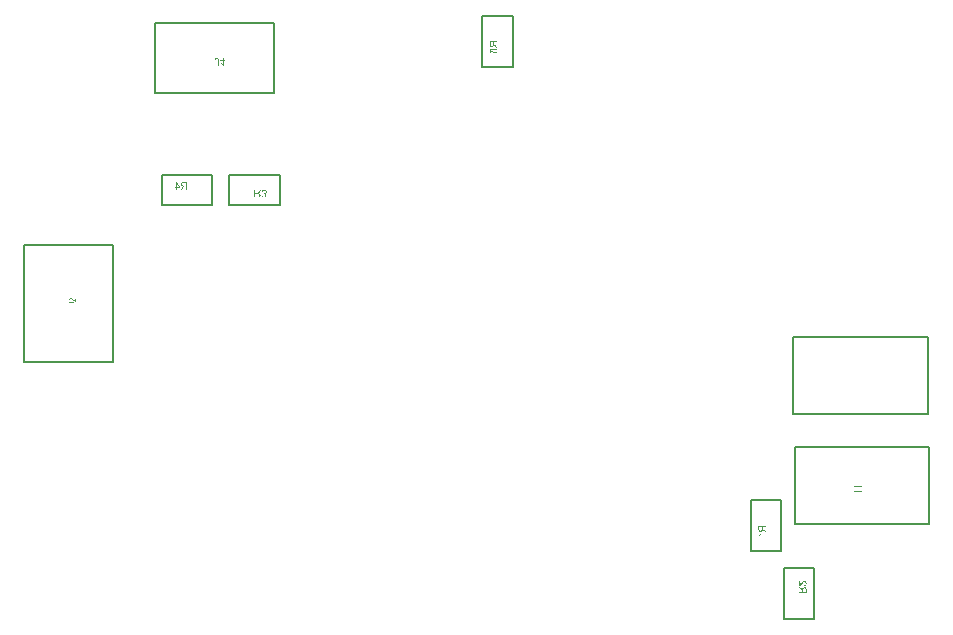
<source format=gbr>
G04*
G04 #@! TF.GenerationSoftware,Altium Limited,Altium Designer,24.1.2 (44)*
G04*
G04 Layer_Color=32896*
%FSLAX44Y44*%
%MOMM*%
G71*
G04*
G04 #@! TF.SameCoordinates,98FF00E1-DB16-4AB4-99D8-1D2B7C447DA4*
G04*
G04*
G04 #@! TF.FilePolarity,Positive*
G04*
G01*
G75*
%ADD10C,0.2000*%
G36*
X-97901Y309030D02*
X-100739D01*
Y307939D01*
X-100730Y307837D01*
Y307763D01*
X-100721Y307698D01*
X-100711Y307652D01*
Y307615D01*
X-100702Y307596D01*
Y307587D01*
X-100656Y307439D01*
X-100628Y307375D01*
X-100601Y307319D01*
X-100573Y307264D01*
X-100554Y307227D01*
X-100545Y307208D01*
X-100536Y307199D01*
X-100480Y307125D01*
X-100416Y307051D01*
X-100277Y306912D01*
X-100212Y306848D01*
X-100157Y306801D01*
X-100120Y306774D01*
X-100111Y306764D01*
X-99981Y306672D01*
X-99842Y306570D01*
X-99694Y306469D01*
X-99556Y306367D01*
X-99426Y306284D01*
X-99325Y306219D01*
X-99288Y306191D01*
X-99260Y306173D01*
X-99242Y306154D01*
X-99232D01*
X-97901Y305313D01*
Y304259D01*
X-99639Y305359D01*
X-99824Y305488D01*
X-99990Y305609D01*
X-100129Y305729D01*
X-100259Y305831D01*
X-100351Y305923D01*
X-100425Y305997D01*
X-100471Y306043D01*
X-100490Y306062D01*
X-100545Y306136D01*
X-100610Y306219D01*
X-100711Y306385D01*
X-100749Y306459D01*
X-100786Y306515D01*
X-100804Y306552D01*
X-100813Y306570D01*
X-100841Y306404D01*
X-100869Y306247D01*
X-100915Y306108D01*
X-100952Y305969D01*
X-100998Y305849D01*
X-101054Y305738D01*
X-101100Y305636D01*
X-101146Y305544D01*
X-101202Y305470D01*
X-101248Y305396D01*
X-101285Y305340D01*
X-101322Y305294D01*
X-101349Y305257D01*
X-101377Y305230D01*
X-101386Y305220D01*
X-101396Y305211D01*
X-101488Y305137D01*
X-101581Y305063D01*
X-101775Y304952D01*
X-101969Y304878D01*
X-102154Y304823D01*
X-102311Y304786D01*
X-102376Y304777D01*
X-102441D01*
X-102487Y304767D01*
X-102524D01*
X-102542D01*
X-102551D01*
X-102746Y304777D01*
X-102921Y304804D01*
X-103088Y304851D01*
X-103226Y304897D01*
X-103347Y304952D01*
X-103439Y304989D01*
X-103495Y305026D01*
X-103504Y305035D01*
X-103513D01*
X-103661Y305146D01*
X-103790Y305257D01*
X-103901Y305378D01*
X-103984Y305488D01*
X-104049Y305590D01*
X-104086Y305673D01*
X-104114Y305729D01*
X-104123Y305738D01*
Y305747D01*
X-104151Y305831D01*
X-104179Y305932D01*
X-104225Y306136D01*
X-104253Y306358D01*
X-104280Y306561D01*
X-104290Y306755D01*
Y306838D01*
X-104299Y306912D01*
Y309880D01*
X-97901D01*
Y309030D01*
D02*
G37*
G36*
X-99426Y303741D02*
X-99288Y303713D01*
X-99029Y303630D01*
X-98807Y303528D01*
X-98705Y303473D01*
X-98622Y303417D01*
X-98539Y303371D01*
X-98465Y303316D01*
X-98409Y303270D01*
X-98363Y303223D01*
X-98326Y303186D01*
X-98289Y303168D01*
X-98280Y303149D01*
X-98271Y303140D01*
X-98188Y303029D01*
X-98113Y302918D01*
X-98049Y302798D01*
X-97993Y302678D01*
X-97910Y302447D01*
X-97855Y302215D01*
X-97827Y302114D01*
X-97818Y302012D01*
X-97808Y301929D01*
X-97799Y301855D01*
X-97790Y301790D01*
Y301707D01*
X-97799Y301513D01*
X-97827Y301328D01*
X-97864Y301152D01*
X-97910Y300995D01*
X-97975Y300847D01*
X-98040Y300709D01*
X-98104Y300579D01*
X-98178Y300468D01*
X-98252Y300366D01*
X-98317Y300274D01*
X-98391Y300200D01*
X-98446Y300135D01*
X-98493Y300089D01*
X-98530Y300052D01*
X-98557Y300034D01*
X-98567Y300024D01*
X-98687Y299932D01*
X-98816Y299858D01*
X-98936Y299784D01*
X-99066Y299729D01*
X-99315Y299636D01*
X-99556Y299580D01*
X-99657Y299562D01*
X-99759Y299543D01*
X-99842Y299534D01*
X-99916Y299525D01*
X-99981Y299516D01*
X-100027D01*
X-100055D01*
X-100064D01*
X-100231Y299525D01*
X-100388Y299543D01*
X-100545Y299571D01*
X-100684Y299608D01*
X-100813Y299655D01*
X-100943Y299701D01*
X-101054Y299756D01*
X-101155Y299802D01*
X-101248Y299858D01*
X-101331Y299913D01*
X-101396Y299960D01*
X-101460Y300006D01*
X-101507Y300043D01*
X-101534Y300070D01*
X-101553Y300089D01*
X-101562Y300098D01*
X-101664Y300209D01*
X-101756Y300320D01*
X-101830Y300440D01*
X-101895Y300561D01*
X-101960Y300681D01*
X-102006Y300801D01*
X-102071Y301023D01*
X-102098Y301124D01*
X-102117Y301217D01*
X-102126Y301300D01*
X-102135Y301374D01*
X-102145Y301430D01*
Y301633D01*
X-102126Y301744D01*
X-102080Y301966D01*
X-102015Y302169D01*
X-101941Y302354D01*
X-101867Y302502D01*
X-101830Y302567D01*
X-101803Y302622D01*
X-101775Y302669D01*
X-101756Y302696D01*
X-101747Y302715D01*
X-101738Y302724D01*
X-103467Y302382D01*
Y299821D01*
X-104216D01*
Y303001D01*
X-100924Y303621D01*
X-100822Y302881D01*
X-100924Y302817D01*
X-101007Y302733D01*
X-101091Y302659D01*
X-101155Y302585D01*
X-101202Y302511D01*
X-101248Y302456D01*
X-101266Y302419D01*
X-101276Y302410D01*
X-101331Y302290D01*
X-101377Y302169D01*
X-101405Y302058D01*
X-101433Y301947D01*
X-101442Y301855D01*
X-101451Y301781D01*
Y301605D01*
X-101433Y301494D01*
X-101386Y301300D01*
X-101322Y301134D01*
X-101257Y300986D01*
X-101183Y300875D01*
X-101118Y300792D01*
X-101072Y300746D01*
X-101063Y300727D01*
X-101054D01*
X-100896Y300597D01*
X-100730Y300505D01*
X-100554Y300440D01*
X-100379Y300394D01*
X-100231Y300366D01*
X-100166Y300357D01*
X-100111D01*
X-100064Y300348D01*
X-100027D01*
X-100009D01*
X-100000D01*
X-99870D01*
X-99750Y300366D01*
X-99519Y300413D01*
X-99325Y300477D01*
X-99167Y300542D01*
X-99038Y300616D01*
X-98936Y300681D01*
X-98909Y300709D01*
X-98881Y300727D01*
X-98872Y300736D01*
X-98862Y300746D01*
X-98788Y300819D01*
X-98724Y300893D01*
X-98613Y301060D01*
X-98539Y301217D01*
X-98493Y301374D01*
X-98456Y301504D01*
X-98446Y301615D01*
X-98437Y301651D01*
Y301707D01*
X-98446Y301883D01*
X-98483Y302040D01*
X-98530Y302178D01*
X-98585Y302290D01*
X-98640Y302391D01*
X-98687Y302465D01*
X-98724Y302502D01*
X-98733Y302521D01*
X-98862Y302632D01*
X-99001Y302724D01*
X-99158Y302798D01*
X-99297Y302854D01*
X-99436Y302890D01*
X-99537Y302918D01*
X-99584Y302927D01*
X-99611Y302937D01*
X-99630D01*
X-99639D01*
X-99574Y303759D01*
X-99426Y303741D01*
D02*
G37*
G36*
X-329534Y294094D02*
X-328665D01*
Y293373D01*
X-329534D01*
Y289231D01*
X-330172D01*
X-333102Y293373D01*
Y294094D01*
X-330320D01*
Y295629D01*
X-329534D01*
Y294094D01*
D02*
G37*
G36*
X-335497Y295731D02*
X-335312Y295703D01*
X-335146Y295666D01*
X-334998Y295620D01*
X-334878Y295583D01*
X-334794Y295546D01*
X-334739Y295518D01*
X-334720Y295509D01*
X-334572Y295417D01*
X-334443Y295306D01*
X-334341Y295195D01*
X-334249Y295093D01*
X-334184Y294991D01*
X-334138Y294917D01*
X-334110Y294862D01*
X-334101Y294853D01*
Y294843D01*
X-334036Y294658D01*
X-333981Y294464D01*
X-333944Y294252D01*
X-333925Y294048D01*
X-333907Y293873D01*
Y293799D01*
X-333898Y293725D01*
Y293669D01*
Y293632D01*
Y293604D01*
Y293595D01*
Y289231D01*
X-334748D01*
Y293641D01*
Y293836D01*
X-334767Y294002D01*
X-334776Y294141D01*
X-334794Y294252D01*
X-334813Y294335D01*
X-334822Y294400D01*
X-334841Y294436D01*
Y294446D01*
X-334878Y294538D01*
X-334924Y294612D01*
X-334979Y294677D01*
X-335026Y294742D01*
X-335081Y294779D01*
X-335118Y294816D01*
X-335146Y294834D01*
X-335155Y294843D01*
X-335247Y294890D01*
X-335340Y294926D01*
X-335432Y294945D01*
X-335516Y294963D01*
X-335599Y294973D01*
X-335654Y294982D01*
X-335710D01*
X-335858Y294973D01*
X-335996Y294936D01*
X-336107Y294899D01*
X-336209Y294843D01*
X-336283Y294797D01*
X-336338Y294751D01*
X-336375Y294723D01*
X-336385Y294714D01*
X-336431Y294658D01*
X-336468Y294594D01*
X-336523Y294446D01*
X-336579Y294279D01*
X-336607Y294113D01*
X-336634Y293956D01*
Y293891D01*
X-336643Y293836D01*
X-336653Y293780D01*
Y293743D01*
Y293725D01*
Y293715D01*
X-337420Y293826D01*
Y294002D01*
X-337411Y294159D01*
X-337383Y294316D01*
X-337365Y294455D01*
X-337328Y294584D01*
X-337291Y294695D01*
X-337254Y294806D01*
X-337217Y294899D01*
X-337170Y294982D01*
X-337134Y295056D01*
X-337097Y295121D01*
X-337060Y295167D01*
X-337032Y295204D01*
X-337013Y295241D01*
X-337004Y295250D01*
X-336995Y295259D01*
X-336902Y295343D01*
X-336810Y295417D01*
X-336708Y295481D01*
X-336597Y295537D01*
X-336385Y295620D01*
X-336181Y295675D01*
X-335987Y295712D01*
X-335913Y295722D01*
X-335839Y295731D01*
X-335784Y295740D01*
X-335700D01*
X-335497Y295731D01*
D02*
G37*
G36*
X-458589Y92260D02*
X-458432Y92241D01*
X-458275Y92213D01*
X-458136Y92176D01*
X-458007Y92130D01*
X-457877Y92084D01*
X-457766Y92028D01*
X-457665Y91982D01*
X-457572Y91927D01*
X-457489Y91871D01*
X-457424Y91825D01*
X-457360Y91779D01*
X-457313Y91742D01*
X-457286Y91714D01*
X-457267Y91696D01*
X-457258Y91686D01*
X-457156Y91575D01*
X-457064Y91464D01*
X-456990Y91344D01*
X-456925Y91224D01*
X-456860Y91104D01*
X-456814Y90984D01*
X-456749Y90762D01*
X-456722Y90660D01*
X-456703Y90568D01*
X-456694Y90484D01*
X-456685Y90410D01*
X-456675Y90355D01*
Y90152D01*
X-456694Y90041D01*
X-456740Y89819D01*
X-456805Y89615D01*
X-456879Y89430D01*
X-456953Y89283D01*
X-456990Y89218D01*
X-457018Y89162D01*
X-457045Y89116D01*
X-457064Y89088D01*
X-457073Y89070D01*
X-457082Y89061D01*
X-455353Y89403D01*
Y91964D01*
X-454604D01*
Y88783D01*
X-457896Y88164D01*
X-457998Y88903D01*
X-457896Y88968D01*
X-457813Y89051D01*
X-457729Y89125D01*
X-457665Y89199D01*
X-457618Y89273D01*
X-457572Y89329D01*
X-457554Y89366D01*
X-457545Y89375D01*
X-457489Y89495D01*
X-457443Y89615D01*
X-457415Y89726D01*
X-457387Y89837D01*
X-457378Y89930D01*
X-457369Y90004D01*
Y90179D01*
X-457387Y90290D01*
X-457434Y90484D01*
X-457498Y90651D01*
X-457563Y90799D01*
X-457637Y90910D01*
X-457702Y90993D01*
X-457748Y91039D01*
X-457757Y91058D01*
X-457766D01*
X-457924Y91187D01*
X-458090Y91279D01*
X-458266Y91344D01*
X-458441Y91390D01*
X-458589Y91418D01*
X-458654Y91427D01*
X-458709D01*
X-458756Y91437D01*
X-458793D01*
X-458811D01*
X-458820D01*
X-458950D01*
X-459070Y91418D01*
X-459301Y91372D01*
X-459495Y91307D01*
X-459652Y91243D01*
X-459782Y91169D01*
X-459884Y91104D01*
X-459911Y91076D01*
X-459939Y91058D01*
X-459948Y91048D01*
X-459958Y91039D01*
X-460032Y90965D01*
X-460096Y90891D01*
X-460207Y90725D01*
X-460281Y90568D01*
X-460327Y90410D01*
X-460364Y90281D01*
X-460374Y90170D01*
X-460383Y90133D01*
Y90078D01*
X-460374Y89902D01*
X-460337Y89745D01*
X-460290Y89606D01*
X-460235Y89495D01*
X-460179Y89393D01*
X-460133Y89319D01*
X-460096Y89283D01*
X-460087Y89264D01*
X-459958Y89153D01*
X-459819Y89061D01*
X-459662Y88987D01*
X-459523Y88931D01*
X-459384Y88894D01*
X-459283Y88866D01*
X-459236Y88857D01*
X-459209Y88848D01*
X-459190D01*
X-459181D01*
X-459246Y88025D01*
X-459394Y88044D01*
X-459532Y88071D01*
X-459791Y88154D01*
X-460013Y88256D01*
X-460115Y88312D01*
X-460198Y88367D01*
X-460281Y88413D01*
X-460355Y88469D01*
X-460411Y88515D01*
X-460457Y88561D01*
X-460494Y88598D01*
X-460531Y88617D01*
X-460540Y88635D01*
X-460549Y88645D01*
X-460633Y88756D01*
X-460706Y88866D01*
X-460771Y88987D01*
X-460827Y89107D01*
X-460910Y89338D01*
X-460965Y89569D01*
X-460993Y89671D01*
X-461002Y89773D01*
X-461012Y89856D01*
X-461021Y89930D01*
X-461030Y89994D01*
Y90078D01*
X-461021Y90272D01*
X-460993Y90457D01*
X-460956Y90632D01*
X-460910Y90789D01*
X-460845Y90937D01*
X-460780Y91076D01*
X-460716Y91206D01*
X-460642Y91316D01*
X-460568Y91418D01*
X-460503Y91511D01*
X-460429Y91585D01*
X-460374Y91649D01*
X-460327Y91696D01*
X-460290Y91733D01*
X-460263Y91751D01*
X-460253Y91760D01*
X-460133Y91853D01*
X-460004Y91927D01*
X-459884Y92001D01*
X-459754Y92056D01*
X-459505Y92149D01*
X-459264Y92204D01*
X-459162Y92223D01*
X-459061Y92241D01*
X-458978Y92250D01*
X-458904Y92260D01*
X-458839Y92269D01*
X-458793D01*
X-458765D01*
X-458756D01*
X-458589Y92260D01*
D02*
G37*
G36*
X-460894Y87648D02*
X-460896D01*
Y87650D01*
X-460894D01*
Y87648D01*
D02*
G37*
G36*
X-460896Y87650D02*
X-460899D01*
X-460901D01*
X-460904Y87648D01*
X-460901Y87653D01*
X-460899D01*
X-460896D01*
Y87650D01*
D02*
G37*
G36*
X-460891Y87645D02*
X-460889Y87642D01*
Y87630D01*
X-460919D01*
Y87632D01*
X-460906D01*
Y87640D01*
X-460904Y87645D01*
Y87632D01*
X-460891D01*
Y87642D01*
X-460894Y87645D01*
Y87648D01*
X-460891D01*
Y87645D01*
D02*
G37*
G36*
X209550Y26662D02*
Y26655D01*
X209543Y26645D01*
X209535D01*
Y26657D01*
X209537D01*
Y26647D01*
X209543D01*
X209548Y26655D01*
Y26662D01*
X209543Y26668D01*
X209535D01*
X209530D01*
X209522Y26662D01*
Y26655D01*
X209530Y26650D01*
Y26647D01*
X209520Y26655D01*
Y26662D01*
X209530Y26670D01*
X209537D01*
X209543D01*
X209550Y26662D01*
D02*
G37*
G36*
Y26637D02*
X209537D01*
Y26630D01*
X209535Y26624D01*
Y26637D01*
X209522D01*
Y26627D01*
X209525Y26624D01*
Y26622D01*
X209522D01*
Y26624D01*
X209520Y26627D01*
Y26640D01*
X209550D01*
Y26637D01*
D02*
G37*
G36*
X209527Y26619D02*
X209525D01*
Y26622D01*
X209527D01*
Y26619D01*
D02*
G37*
G36*
X209532Y26617D02*
X209530D01*
X209527D01*
Y26619D01*
X209530D01*
X209532D01*
X209535Y26622D01*
X209532Y26617D01*
D02*
G37*
G36*
X209550Y26609D02*
X209520D01*
Y26612D01*
X209550D01*
Y26609D01*
D02*
G37*
G36*
X209548Y26602D02*
X209550Y26599D01*
Y26586D01*
X209548Y26584D01*
X209545Y26581D01*
X209540Y26579D01*
X209537D01*
X209532D01*
X209530Y26581D01*
X209525Y26584D01*
X209522Y26586D01*
X209520Y26589D01*
Y26591D01*
X209522Y26599D01*
X209525Y26602D01*
X209532Y26604D01*
X209535D01*
X209537D01*
X209543D01*
X209545D01*
X209548Y26602D01*
D02*
G37*
G36*
X209545Y26571D02*
X209540D01*
X209537D01*
X209535D01*
X209527D01*
X209525D01*
X209522Y26569D01*
Y26563D01*
X209525Y26561D01*
X209530Y26558D01*
X209532D01*
X209535D01*
X209540D01*
X209545D01*
X209548Y26561D01*
Y26571D01*
X209550D01*
Y26563D01*
X209548Y26561D01*
Y26558D01*
X209540Y26556D01*
X209535D01*
X209532D01*
X209530Y26558D01*
X209527D01*
X209525D01*
X209522D01*
Y26561D01*
X209520Y26563D01*
Y26569D01*
X209522Y26571D01*
X209525D01*
X209527Y26574D01*
X209532D01*
X209535D01*
X209545Y26571D01*
D02*
G37*
G36*
X129540Y-101180D02*
X126702D01*
Y-102271D01*
X126711Y-102373D01*
Y-102447D01*
X126720Y-102512D01*
X126729Y-102558D01*
Y-102595D01*
X126739Y-102613D01*
Y-102623D01*
X126785Y-102771D01*
X126813Y-102835D01*
X126840Y-102891D01*
X126868Y-102946D01*
X126887Y-102983D01*
X126896Y-103002D01*
X126905Y-103011D01*
X126961Y-103085D01*
X127025Y-103159D01*
X127164Y-103298D01*
X127229Y-103362D01*
X127284Y-103409D01*
X127321Y-103436D01*
X127330Y-103446D01*
X127460Y-103538D01*
X127598Y-103640D01*
X127746Y-103742D01*
X127885Y-103843D01*
X128015Y-103926D01*
X128116Y-103991D01*
X128153Y-104019D01*
X128181Y-104037D01*
X128200Y-104056D01*
X128209D01*
X129540Y-104897D01*
Y-105951D01*
X127802Y-104851D01*
X127617Y-104721D01*
X127451Y-104601D01*
X127312Y-104481D01*
X127182Y-104379D01*
X127090Y-104287D01*
X127016Y-104213D01*
X126970Y-104167D01*
X126951Y-104148D01*
X126896Y-104074D01*
X126831Y-103991D01*
X126729Y-103825D01*
X126692Y-103751D01*
X126655Y-103695D01*
X126637Y-103658D01*
X126628Y-103640D01*
X126600Y-103806D01*
X126572Y-103963D01*
X126526Y-104102D01*
X126489Y-104241D01*
X126443Y-104361D01*
X126387Y-104472D01*
X126341Y-104574D01*
X126295Y-104666D01*
X126239Y-104740D01*
X126193Y-104814D01*
X126156Y-104869D01*
X126119Y-104916D01*
X126091Y-104953D01*
X126064Y-104980D01*
X126054Y-104990D01*
X126045Y-104999D01*
X125953Y-105073D01*
X125860Y-105147D01*
X125666Y-105258D01*
X125472Y-105332D01*
X125287Y-105387D01*
X125130Y-105424D01*
X125065Y-105433D01*
X125000D01*
X124954Y-105443D01*
X124917D01*
X124899D01*
X124889D01*
X124695Y-105433D01*
X124520Y-105406D01*
X124353Y-105359D01*
X124215Y-105313D01*
X124094Y-105258D01*
X124002Y-105221D01*
X123947Y-105184D01*
X123937Y-105175D01*
X123928D01*
X123780Y-105064D01*
X123651Y-104953D01*
X123540Y-104832D01*
X123456Y-104721D01*
X123392Y-104620D01*
X123355Y-104537D01*
X123327Y-104481D01*
X123318Y-104472D01*
Y-104463D01*
X123290Y-104379D01*
X123262Y-104278D01*
X123216Y-104074D01*
X123188Y-103852D01*
X123161Y-103649D01*
X123151Y-103455D01*
Y-103372D01*
X123142Y-103298D01*
Y-100330D01*
X129540D01*
Y-101180D01*
D02*
G37*
G36*
X125426Y-107190D02*
X125361Y-107329D01*
X125296Y-107467D01*
X125232Y-107597D01*
X125176Y-107708D01*
X125130Y-107800D01*
X125093Y-107856D01*
X125084Y-107865D01*
Y-107874D01*
X124982Y-108041D01*
X124880Y-108189D01*
X124788Y-108318D01*
X124705Y-108420D01*
X124640Y-108512D01*
X124584Y-108568D01*
X124548Y-108614D01*
X124538Y-108623D01*
X129540D01*
Y-109409D01*
X123114D01*
Y-108900D01*
X123272Y-108808D01*
X123420Y-108706D01*
X123567Y-108586D01*
X123697Y-108475D01*
X123808Y-108364D01*
X123900Y-108281D01*
X123928Y-108244D01*
X123956Y-108216D01*
X123965Y-108207D01*
X123974Y-108198D01*
X124131Y-108004D01*
X124279Y-107810D01*
X124409Y-107625D01*
X124510Y-107440D01*
X124603Y-107283D01*
X124640Y-107218D01*
X124668Y-107162D01*
X124695Y-107116D01*
X124705Y-107079D01*
X124723Y-107061D01*
Y-107051D01*
X125481D01*
X125426Y-107190D01*
D02*
G37*
G36*
X158238Y-150380D02*
X158395Y-150269D01*
X158460Y-150213D01*
X158525Y-150167D01*
X158580Y-150121D01*
X158617Y-150084D01*
X158645Y-150056D01*
X158654Y-150047D01*
X158700Y-150000D01*
X158747Y-149945D01*
X158867Y-149816D01*
X159005Y-149668D01*
X159144Y-149510D01*
X159264Y-149362D01*
X159320Y-149298D01*
X159375Y-149242D01*
X159412Y-149196D01*
X159440Y-149159D01*
X159458Y-149141D01*
X159468Y-149131D01*
X159597Y-148983D01*
X159717Y-148835D01*
X159838Y-148706D01*
X159939Y-148586D01*
X160041Y-148475D01*
X160133Y-148383D01*
X160217Y-148290D01*
X160291Y-148216D01*
X160364Y-148142D01*
X160420Y-148087D01*
X160466Y-148040D01*
X160512Y-147994D01*
X160568Y-147948D01*
X160586Y-147929D01*
X160744Y-147800D01*
X160882Y-147689D01*
X161021Y-147597D01*
X161132Y-147523D01*
X161234Y-147467D01*
X161308Y-147430D01*
X161354Y-147412D01*
X161372Y-147402D01*
X161511Y-147347D01*
X161650Y-147310D01*
X161779Y-147273D01*
X161890Y-147254D01*
X161992Y-147245D01*
X162066Y-147236D01*
X162112D01*
X162130D01*
X162269Y-147245D01*
X162398Y-147264D01*
X162528Y-147282D01*
X162639Y-147319D01*
X162861Y-147412D01*
X163036Y-147504D01*
X163120Y-147560D01*
X163184Y-147606D01*
X163249Y-147652D01*
X163295Y-147698D01*
X163332Y-147735D01*
X163369Y-147754D01*
X163379Y-147772D01*
X163388Y-147781D01*
X163480Y-147883D01*
X163563Y-147994D01*
X163628Y-148114D01*
X163684Y-148235D01*
X163776Y-148475D01*
X163841Y-148715D01*
X163859Y-148817D01*
X163878Y-148919D01*
X163887Y-149011D01*
X163896Y-149085D01*
X163906Y-149150D01*
Y-149242D01*
X163896Y-149409D01*
X163887Y-149566D01*
X163859Y-149714D01*
X163832Y-149853D01*
X163795Y-149982D01*
X163758Y-150102D01*
X163711Y-150213D01*
X163665Y-150315D01*
X163619Y-150407D01*
X163573Y-150481D01*
X163536Y-150546D01*
X163499Y-150602D01*
X163471Y-150648D01*
X163443Y-150675D01*
X163434Y-150694D01*
X163425Y-150703D01*
X163332Y-150796D01*
X163231Y-150879D01*
X163120Y-150962D01*
X163009Y-151027D01*
X162787Y-151138D01*
X162565Y-151212D01*
X162463Y-151239D01*
X162362Y-151267D01*
X162278Y-151286D01*
X162204Y-151304D01*
X162140Y-151313D01*
X162093D01*
X162066Y-151323D01*
X162056D01*
X161973Y-150518D01*
X162186Y-150500D01*
X162371Y-150463D01*
X162537Y-150407D01*
X162667Y-150343D01*
X162778Y-150287D01*
X162852Y-150232D01*
X162898Y-150195D01*
X162916Y-150176D01*
X163027Y-150037D01*
X163110Y-149889D01*
X163175Y-149732D01*
X163212Y-149594D01*
X163240Y-149464D01*
X163249Y-149353D01*
X163258Y-149316D01*
Y-149261D01*
X163249Y-149067D01*
X163212Y-148891D01*
X163157Y-148743D01*
X163101Y-148614D01*
X163036Y-148512D01*
X162990Y-148447D01*
X162953Y-148401D01*
X162935Y-148383D01*
X162805Y-148272D01*
X162676Y-148188D01*
X162547Y-148124D01*
X162417Y-148087D01*
X162315Y-148059D01*
X162223Y-148050D01*
X162167Y-148040D01*
X162158D01*
X162149D01*
X161982Y-148059D01*
X161807Y-148096D01*
X161650Y-148161D01*
X161502Y-148225D01*
X161381Y-148299D01*
X161280Y-148364D01*
X161243Y-148383D01*
X161215Y-148401D01*
X161206Y-148420D01*
X161197D01*
X161095Y-148493D01*
X160993Y-148586D01*
X160882Y-148688D01*
X160771Y-148799D01*
X160549Y-149030D01*
X160327Y-149261D01*
X160226Y-149381D01*
X160133Y-149483D01*
X160050Y-149584D01*
X159976Y-149668D01*
X159921Y-149732D01*
X159874Y-149788D01*
X159847Y-149825D01*
X159838Y-149834D01*
X159643Y-150065D01*
X159458Y-150278D01*
X159292Y-150454D01*
X159153Y-150592D01*
X159033Y-150712D01*
X158950Y-150796D01*
X158894Y-150842D01*
X158885Y-150860D01*
X158876D01*
X158719Y-150990D01*
X158571Y-151091D01*
X158423Y-151184D01*
X158294Y-151258D01*
X158182Y-151313D01*
X158099Y-151350D01*
X158044Y-151369D01*
X158035Y-151378D01*
X158025D01*
X157924Y-151415D01*
X157831Y-151434D01*
X157739Y-151452D01*
X157655Y-151461D01*
X157582Y-151470D01*
X157526D01*
X157489D01*
X157480D01*
Y-147227D01*
X158238D01*
Y-150380D01*
D02*
G37*
G36*
X159218Y-152959D02*
X159403Y-153089D01*
X159569Y-153209D01*
X159708Y-153329D01*
X159838Y-153431D01*
X159930Y-153523D01*
X160004Y-153597D01*
X160050Y-153643D01*
X160069Y-153662D01*
X160124Y-153736D01*
X160189Y-153819D01*
X160291Y-153985D01*
X160327Y-154059D01*
X160364Y-154115D01*
X160383Y-154152D01*
X160392Y-154170D01*
X160420Y-154004D01*
X160448Y-153847D01*
X160494Y-153708D01*
X160531Y-153569D01*
X160577Y-153449D01*
X160633Y-153338D01*
X160679Y-153236D01*
X160725Y-153144D01*
X160781Y-153070D01*
X160827Y-152996D01*
X160864Y-152941D01*
X160901Y-152894D01*
X160928Y-152857D01*
X160956Y-152830D01*
X160965Y-152820D01*
X160975Y-152811D01*
X161067Y-152737D01*
X161160Y-152663D01*
X161354Y-152552D01*
X161548Y-152478D01*
X161733Y-152423D01*
X161890Y-152386D01*
X161955Y-152377D01*
X162020D01*
X162066Y-152367D01*
X162103D01*
X162121D01*
X162130D01*
X162325Y-152377D01*
X162500Y-152404D01*
X162667Y-152451D01*
X162805Y-152497D01*
X162925Y-152552D01*
X163018Y-152589D01*
X163074Y-152626D01*
X163083Y-152635D01*
X163092D01*
X163240Y-152746D01*
X163369Y-152857D01*
X163480Y-152978D01*
X163563Y-153089D01*
X163628Y-153190D01*
X163665Y-153273D01*
X163693Y-153329D01*
X163702Y-153338D01*
Y-153347D01*
X163730Y-153431D01*
X163758Y-153532D01*
X163804Y-153736D01*
X163832Y-153958D01*
X163859Y-154161D01*
X163869Y-154355D01*
Y-154438D01*
X163878Y-154512D01*
Y-157480D01*
X157480D01*
Y-156630D01*
X160318D01*
Y-155539D01*
X160309Y-155437D01*
Y-155363D01*
X160300Y-155298D01*
X160291Y-155252D01*
Y-155215D01*
X160281Y-155197D01*
Y-155187D01*
X160235Y-155039D01*
X160207Y-154975D01*
X160180Y-154919D01*
X160152Y-154864D01*
X160133Y-154827D01*
X160124Y-154808D01*
X160115Y-154799D01*
X160059Y-154725D01*
X159995Y-154651D01*
X159856Y-154512D01*
X159791Y-154448D01*
X159736Y-154401D01*
X159699Y-154374D01*
X159690Y-154364D01*
X159560Y-154272D01*
X159421Y-154170D01*
X159274Y-154069D01*
X159135Y-153967D01*
X159005Y-153884D01*
X158904Y-153819D01*
X158867Y-153791D01*
X158839Y-153773D01*
X158820Y-153754D01*
X158811D01*
X157480Y-152913D01*
Y-151859D01*
X159218Y-152959D01*
D02*
G37*
G36*
X-299009Y182301D02*
X-299139Y182116D01*
X-299259Y181950D01*
X-299379Y181811D01*
X-299481Y181681D01*
X-299573Y181589D01*
X-299647Y181515D01*
X-299693Y181469D01*
X-299712Y181450D01*
X-299786Y181395D01*
X-299869Y181330D01*
X-300035Y181229D01*
X-300109Y181192D01*
X-300165Y181154D01*
X-300202Y181136D01*
X-300220Y181127D01*
X-300054Y181099D01*
X-299897Y181071D01*
X-299758Y181025D01*
X-299619Y180988D01*
X-299499Y180942D01*
X-299388Y180886D01*
X-299286Y180840D01*
X-299194Y180794D01*
X-299120Y180738D01*
X-299046Y180692D01*
X-298991Y180655D01*
X-298944Y180618D01*
X-298907Y180590D01*
X-298880Y180563D01*
X-298870Y180553D01*
X-298861Y180544D01*
X-298787Y180452D01*
X-298713Y180359D01*
X-298602Y180165D01*
X-298528Y179971D01*
X-298473Y179786D01*
X-298436Y179629D01*
X-298427Y179564D01*
Y179499D01*
X-298417Y179453D01*
Y179416D01*
Y179398D01*
Y179389D01*
X-298427Y179194D01*
X-298454Y179019D01*
X-298501Y178852D01*
X-298547Y178714D01*
X-298602Y178594D01*
X-298639Y178501D01*
X-298676Y178445D01*
X-298685Y178436D01*
Y178427D01*
X-298796Y178279D01*
X-298907Y178150D01*
X-299028Y178039D01*
X-299139Y177955D01*
X-299240Y177891D01*
X-299323Y177854D01*
X-299379Y177826D01*
X-299388Y177817D01*
X-299397D01*
X-299481Y177789D01*
X-299582Y177761D01*
X-299786Y177715D01*
X-300008Y177687D01*
X-300211Y177660D01*
X-300405Y177650D01*
X-300488D01*
X-300562Y177641D01*
X-303530D01*
Y184039D01*
X-302680D01*
Y181201D01*
X-301589D01*
X-301487Y181210D01*
X-301413D01*
X-301348Y181219D01*
X-301302Y181229D01*
X-301265D01*
X-301246Y181238D01*
X-301237D01*
X-301089Y181284D01*
X-301025Y181312D01*
X-300969Y181339D01*
X-300914Y181367D01*
X-300877Y181386D01*
X-300858Y181395D01*
X-300849Y181404D01*
X-300775Y181460D01*
X-300701Y181524D01*
X-300562Y181663D01*
X-300498Y181728D01*
X-300451Y181783D01*
X-300424Y181820D01*
X-300414Y181829D01*
X-300322Y181959D01*
X-300220Y182098D01*
X-300119Y182246D01*
X-300017Y182384D01*
X-299934Y182514D01*
X-299869Y182615D01*
X-299841Y182652D01*
X-299823Y182680D01*
X-299804Y182698D01*
Y182708D01*
X-298963Y184039D01*
X-297909D01*
X-299009Y182301D01*
D02*
G37*
G36*
X-295200Y184141D02*
X-295043Y184122D01*
X-294886Y184095D01*
X-294738Y184058D01*
X-294599Y184011D01*
X-294479Y183965D01*
X-294359Y183910D01*
X-294257Y183854D01*
X-294155Y183808D01*
X-294072Y183752D01*
X-293998Y183706D01*
X-293943Y183660D01*
X-293896Y183623D01*
X-293859Y183595D01*
X-293841Y183577D01*
X-293832Y183568D01*
X-293721Y183457D01*
X-293628Y183337D01*
X-293545Y183216D01*
X-293471Y183096D01*
X-293416Y182985D01*
X-293360Y182865D01*
X-293286Y182643D01*
X-293268Y182541D01*
X-293249Y182449D01*
X-293231Y182366D01*
X-293221Y182292D01*
X-293212Y182236D01*
Y182190D01*
Y182162D01*
Y182153D01*
X-293221Y181931D01*
X-293258Y181728D01*
X-293314Y181552D01*
X-293369Y181404D01*
X-293425Y181284D01*
X-293480Y181192D01*
X-293517Y181136D01*
X-293526Y181117D01*
X-293656Y180979D01*
X-293795Y180859D01*
X-293943Y180766D01*
X-294090Y180692D01*
X-294220Y180637D01*
X-294322Y180600D01*
X-294359Y180590D01*
X-294386Y180581D01*
X-294405Y180572D01*
X-294414D01*
X-294257Y180489D01*
X-294127Y180406D01*
X-294016Y180313D01*
X-293924Y180230D01*
X-293850Y180156D01*
X-293795Y180091D01*
X-293767Y180054D01*
X-293758Y180036D01*
X-293684Y179906D01*
X-293628Y179777D01*
X-293582Y179648D01*
X-293554Y179527D01*
X-293536Y179426D01*
X-293526Y179352D01*
Y179296D01*
Y179278D01*
X-293536Y179121D01*
X-293563Y178963D01*
X-293600Y178825D01*
X-293647Y178704D01*
X-293693Y178603D01*
X-293730Y178519D01*
X-293758Y178473D01*
X-293767Y178455D01*
X-293859Y178316D01*
X-293970Y178196D01*
X-294081Y178094D01*
X-294192Y178002D01*
X-294285Y177937D01*
X-294368Y177882D01*
X-294423Y177854D01*
X-294433Y177845D01*
X-294442D01*
X-294608Y177771D01*
X-294775Y177715D01*
X-294941Y177669D01*
X-295089Y177641D01*
X-295209Y177623D01*
X-295311Y177613D01*
X-295542D01*
X-295671Y177632D01*
X-295921Y177678D01*
X-296134Y177752D01*
X-296319Y177826D01*
X-296402Y177872D01*
X-296467Y177909D01*
X-296531Y177946D01*
X-296577Y177983D01*
X-296614Y178011D01*
X-296642Y178029D01*
X-296661Y178039D01*
X-296670Y178048D01*
X-296846Y178224D01*
X-296984Y178418D01*
X-297095Y178621D01*
X-297188Y178825D01*
X-297243Y179000D01*
X-297271Y179074D01*
X-297289Y179139D01*
X-297299Y179194D01*
X-297308Y179231D01*
X-297317Y179259D01*
Y179268D01*
X-296531Y179407D01*
X-296494Y179204D01*
X-296439Y179028D01*
X-296374Y178880D01*
X-296309Y178760D01*
X-296245Y178667D01*
X-296189Y178603D01*
X-296152Y178556D01*
X-296143Y178547D01*
X-296023Y178455D01*
X-295893Y178381D01*
X-295773Y178335D01*
X-295653Y178298D01*
X-295542Y178279D01*
X-295459Y178261D01*
X-295385D01*
X-295218Y178270D01*
X-295070Y178307D01*
X-294941Y178353D01*
X-294830Y178399D01*
X-294747Y178455D01*
X-294682Y178501D01*
X-294636Y178538D01*
X-294627Y178547D01*
X-294525Y178658D01*
X-294451Y178778D01*
X-294405Y178899D01*
X-294368Y179009D01*
X-294349Y179111D01*
X-294331Y179185D01*
Y179241D01*
Y179250D01*
Y179259D01*
Y179361D01*
X-294349Y179453D01*
X-294396Y179611D01*
X-294460Y179749D01*
X-294534Y179869D01*
X-294608Y179953D01*
X-294673Y180017D01*
X-294719Y180054D01*
X-294728Y180063D01*
X-294738D01*
X-294895Y180147D01*
X-295043Y180212D01*
X-295200Y180258D01*
X-295339Y180285D01*
X-295459Y180304D01*
X-295560Y180322D01*
X-295681D01*
X-295718Y180313D01*
X-295764D01*
X-295856Y181007D01*
X-295736Y180979D01*
X-295625Y180960D01*
X-295533Y180942D01*
X-295450Y180933D01*
X-295385Y180923D01*
X-295302D01*
X-295107Y180942D01*
X-294932Y180979D01*
X-294775Y181034D01*
X-294645Y181099D01*
X-294543Y181164D01*
X-294470Y181219D01*
X-294423Y181256D01*
X-294405Y181275D01*
X-294285Y181413D01*
X-294192Y181561D01*
X-294127Y181709D01*
X-294090Y181857D01*
X-294063Y181977D01*
X-294053Y182079D01*
X-294044Y182116D01*
Y182144D01*
Y182162D01*
Y182171D01*
X-294063Y182375D01*
X-294109Y182560D01*
X-294164Y182717D01*
X-294238Y182856D01*
X-294312Y182967D01*
X-294368Y183050D01*
X-294414Y183105D01*
X-294433Y183124D01*
X-294580Y183253D01*
X-294738Y183346D01*
X-294895Y183410D01*
X-295043Y183457D01*
X-295172Y183484D01*
X-295274Y183494D01*
X-295311Y183503D01*
X-295366D01*
X-295533Y183494D01*
X-295690Y183457D01*
X-295829Y183410D01*
X-295940Y183355D01*
X-296032Y183309D01*
X-296106Y183263D01*
X-296143Y183225D01*
X-296161Y183216D01*
X-296272Y183087D01*
X-296365Y182939D01*
X-296448Y182782D01*
X-296513Y182615D01*
X-296559Y182477D01*
X-296577Y182412D01*
X-296587Y182356D01*
X-296596Y182310D01*
X-296605Y182273D01*
X-296614Y182255D01*
Y182246D01*
X-297400Y182347D01*
X-297382Y182495D01*
X-297354Y182634D01*
X-297271Y182893D01*
X-297169Y183115D01*
X-297114Y183207D01*
X-297058Y183300D01*
X-297003Y183383D01*
X-296947Y183447D01*
X-296901Y183512D01*
X-296855Y183558D01*
X-296827Y183595D01*
X-296799Y183623D01*
X-296781Y183642D01*
X-296772Y183651D01*
X-296661Y183734D01*
X-296550Y183817D01*
X-296439Y183882D01*
X-296319Y183937D01*
X-296087Y184030D01*
X-295866Y184085D01*
X-295764Y184104D01*
X-295671Y184122D01*
X-295588Y184132D01*
X-295514Y184141D01*
X-295459Y184150D01*
X-295376D01*
X-295200Y184141D01*
D02*
G37*
G36*
X-360680Y184150D02*
X-361530D01*
Y186988D01*
X-362621D01*
X-362723Y186979D01*
X-362797D01*
X-362862Y186970D01*
X-362908Y186961D01*
X-362945D01*
X-362963Y186951D01*
X-362973D01*
X-363121Y186905D01*
X-363185Y186877D01*
X-363241Y186850D01*
X-363296Y186822D01*
X-363333Y186803D01*
X-363352Y186794D01*
X-363361Y186785D01*
X-363435Y186729D01*
X-363509Y186665D01*
X-363648Y186526D01*
X-363712Y186461D01*
X-363759Y186406D01*
X-363786Y186369D01*
X-363796Y186360D01*
X-363888Y186230D01*
X-363990Y186091D01*
X-364091Y185944D01*
X-364193Y185805D01*
X-364276Y185675D01*
X-364341Y185574D01*
X-364369Y185537D01*
X-364387Y185509D01*
X-364406Y185490D01*
Y185481D01*
X-365247Y184150D01*
X-366301D01*
X-365201Y185888D01*
X-365071Y186073D01*
X-364951Y186239D01*
X-364831Y186378D01*
X-364729Y186507D01*
X-364637Y186600D01*
X-364563Y186674D01*
X-364517Y186720D01*
X-364498Y186739D01*
X-364424Y186794D01*
X-364341Y186859D01*
X-364175Y186961D01*
X-364101Y186998D01*
X-364045Y187034D01*
X-364008Y187053D01*
X-363990Y187062D01*
X-364156Y187090D01*
X-364313Y187118D01*
X-364452Y187164D01*
X-364591Y187201D01*
X-364711Y187247D01*
X-364822Y187303D01*
X-364924Y187349D01*
X-365016Y187395D01*
X-365090Y187451D01*
X-365164Y187497D01*
X-365219Y187534D01*
X-365266Y187571D01*
X-365303Y187598D01*
X-365330Y187626D01*
X-365340Y187635D01*
X-365349Y187645D01*
X-365423Y187737D01*
X-365497Y187830D01*
X-365608Y188024D01*
X-365682Y188218D01*
X-365737Y188403D01*
X-365774Y188560D01*
X-365783Y188625D01*
Y188689D01*
X-365793Y188736D01*
Y188773D01*
Y188791D01*
Y188800D01*
X-365783Y188995D01*
X-365756Y189170D01*
X-365709Y189337D01*
X-365663Y189475D01*
X-365608Y189596D01*
X-365571Y189688D01*
X-365534Y189743D01*
X-365525Y189753D01*
Y189762D01*
X-365414Y189910D01*
X-365303Y190039D01*
X-365182Y190150D01*
X-365071Y190233D01*
X-364970Y190298D01*
X-364887Y190335D01*
X-364831Y190363D01*
X-364822Y190372D01*
X-364813D01*
X-364729Y190400D01*
X-364628Y190428D01*
X-364424Y190474D01*
X-364202Y190502D01*
X-363999Y190529D01*
X-363805Y190539D01*
X-363722D01*
X-363648Y190548D01*
X-360680D01*
Y184150D01*
D02*
G37*
G36*
X-366532Y186406D02*
Y185685D01*
X-369315D01*
Y184150D01*
X-370101D01*
Y185685D01*
X-370970D01*
Y186406D01*
X-370101D01*
Y190548D01*
X-369463D01*
X-366532Y186406D01*
D02*
G37*
G36*
X210818Y-66042D02*
X210820Y-66045D01*
Y-66060D01*
X210815Y-66063D01*
X210812Y-66065D01*
Y-66063D01*
X210815Y-66060D01*
X210818Y-66058D01*
Y-66045D01*
X210815Y-66042D01*
X210812D01*
X210807D01*
X210805D01*
X210802D01*
X210800D01*
X210797Y-66045D01*
X210795D01*
X210792Y-66050D01*
Y-66058D01*
X210795D01*
X210797Y-66060D01*
X210800Y-66063D01*
Y-66065D01*
X210795Y-66063D01*
X210792Y-66060D01*
X210790Y-66055D01*
Y-66048D01*
X210792Y-66045D01*
X210797Y-66042D01*
X210800Y-66040D01*
X210802D01*
X210805D01*
X210812D01*
X210815D01*
X210818Y-66042D01*
D02*
G37*
G36*
X210820Y-67640D02*
X207806D01*
Y-70950D01*
X210820D01*
Y-71800D01*
X204422D01*
Y-70950D01*
X207048D01*
Y-67640D01*
X204422D01*
Y-66789D01*
X210820D01*
Y-67640D01*
D02*
G37*
G36*
Y-72526D02*
X210790D01*
Y-72524D01*
X210820D01*
Y-72526D01*
D02*
G37*
G36*
Y-72534D02*
X210807D01*
Y-72542D01*
X210805Y-72547D01*
Y-72534D01*
X210792D01*
Y-72544D01*
X210795Y-72547D01*
Y-72549D01*
X210792D01*
Y-72547D01*
X210790Y-72544D01*
Y-72531D01*
X210820D01*
Y-72534D01*
D02*
G37*
G36*
X210797Y-72552D02*
X210795D01*
Y-72549D01*
X210797D01*
Y-72552D01*
D02*
G37*
G36*
X210802Y-72554D02*
X210800D01*
X210797D01*
Y-72552D01*
X210800D01*
X210802D01*
X210805Y-72549D01*
X210802Y-72554D01*
D02*
G37*
G36*
X210820Y-72572D02*
X210807D01*
Y-72580D01*
X210805Y-72585D01*
Y-72572D01*
X210792D01*
Y-72582D01*
X210795Y-72585D01*
Y-72587D01*
X210792D01*
Y-72585D01*
X210790Y-72582D01*
Y-72569D01*
X210820D01*
Y-72572D01*
D02*
G37*
G36*
X210797Y-72590D02*
X210795D01*
Y-72587D01*
X210797D01*
Y-72590D01*
D02*
G37*
G36*
X210802Y-72592D02*
X210800D01*
X210797D01*
Y-72590D01*
X210800D01*
X210802D01*
X210805Y-72587D01*
X210802Y-72592D01*
D02*
G37*
G36*
X210818Y-72600D02*
X210820D01*
Y-72615D01*
X210818Y-72618D01*
X210815D01*
X210810Y-72620D01*
X210807D01*
X210790D01*
Y-72618D01*
X210810D01*
X210815D01*
X210818Y-72615D01*
Y-72603D01*
X210815Y-72600D01*
X210812D01*
X210810D01*
X210790D01*
Y-72597D01*
X210807D01*
X210812D01*
X210815D01*
X210818Y-72600D01*
D02*
G37*
%LPC*%
G36*
X-101470Y309030D02*
X-103587D01*
Y307014D01*
X-103578Y306764D01*
X-103541Y306552D01*
X-103495Y306367D01*
X-103439Y306228D01*
X-103384Y306108D01*
X-103337Y306034D01*
X-103300Y305988D01*
X-103291Y305969D01*
X-103171Y305858D01*
X-103051Y305775D01*
X-102921Y305720D01*
X-102810Y305673D01*
X-102699Y305655D01*
X-102616Y305646D01*
X-102561Y305636D01*
X-102551D01*
X-102542D01*
X-102431Y305646D01*
X-102320Y305664D01*
X-102228Y305692D01*
X-102145Y305720D01*
X-102071Y305757D01*
X-102015Y305784D01*
X-101978Y305803D01*
X-101969Y305812D01*
X-101876Y305877D01*
X-101793Y305960D01*
X-101728Y306043D01*
X-101673Y306126D01*
X-101636Y306200D01*
X-101608Y306256D01*
X-101590Y306293D01*
X-101581Y306311D01*
X-101544Y306441D01*
X-101516Y306589D01*
X-101497Y306737D01*
X-101488Y306885D01*
X-101479Y307014D01*
X-101470Y307125D01*
Y309030D01*
D02*
G37*
G36*
X-330320Y293373D02*
X-332335D01*
X-330320Y290507D01*
Y293373D01*
D02*
G37*
G36*
X209540Y26602D02*
X209537D01*
X209530Y26599D01*
X209527D01*
X209522Y26594D01*
Y26589D01*
X209525Y26586D01*
X209527Y26584D01*
X209530D01*
X209535Y26581D01*
X209537D01*
X209543Y26584D01*
X209545Y26586D01*
X209548Y26591D01*
Y26594D01*
X209545Y26597D01*
Y26599D01*
X209540Y26602D01*
D02*
G37*
G36*
X125971Y-101180D02*
X123854D01*
Y-103196D01*
X123863Y-103446D01*
X123900Y-103658D01*
X123947Y-103843D01*
X124002Y-103982D01*
X124057Y-104102D01*
X124104Y-104176D01*
X124141Y-104222D01*
X124150Y-104241D01*
X124270Y-104352D01*
X124390Y-104435D01*
X124520Y-104490D01*
X124631Y-104537D01*
X124742Y-104555D01*
X124825Y-104564D01*
X124880Y-104574D01*
X124889D01*
X124899D01*
X125010Y-104564D01*
X125121Y-104546D01*
X125213Y-104518D01*
X125296Y-104490D01*
X125370Y-104453D01*
X125426Y-104426D01*
X125463Y-104407D01*
X125472Y-104398D01*
X125564Y-104333D01*
X125648Y-104250D01*
X125712Y-104167D01*
X125768Y-104084D01*
X125805Y-104010D01*
X125833Y-103954D01*
X125851Y-103917D01*
X125860Y-103899D01*
X125897Y-103769D01*
X125925Y-103621D01*
X125943Y-103473D01*
X125953Y-103325D01*
X125962Y-103196D01*
X125971Y-103085D01*
Y-101180D01*
D02*
G37*
G36*
X162140Y-153236D02*
X162130D01*
X162121D01*
X162010Y-153246D01*
X161899Y-153264D01*
X161807Y-153292D01*
X161724Y-153320D01*
X161650Y-153357D01*
X161594Y-153384D01*
X161557Y-153403D01*
X161548Y-153412D01*
X161455Y-153477D01*
X161372Y-153560D01*
X161308Y-153643D01*
X161252Y-153727D01*
X161215Y-153800D01*
X161187Y-153856D01*
X161169Y-153893D01*
X161160Y-153911D01*
X161123Y-154041D01*
X161095Y-154189D01*
X161076Y-154337D01*
X161067Y-154485D01*
X161058Y-154614D01*
X161049Y-154725D01*
Y-156630D01*
X163166D01*
Y-154614D01*
X163157Y-154364D01*
X163120Y-154152D01*
X163074Y-153967D01*
X163018Y-153828D01*
X162962Y-153708D01*
X162916Y-153634D01*
X162879Y-153588D01*
X162870Y-153569D01*
X162750Y-153458D01*
X162630Y-153375D01*
X162500Y-153320D01*
X162389Y-153273D01*
X162278Y-153255D01*
X162195Y-153246D01*
X162140Y-153236D01*
D02*
G37*
G36*
X-300775Y180470D02*
X-302680D01*
Y178353D01*
X-300664D01*
X-300414Y178362D01*
X-300202Y178399D01*
X-300017Y178445D01*
X-299878Y178501D01*
X-299758Y178556D01*
X-299684Y178603D01*
X-299638Y178640D01*
X-299619Y178649D01*
X-299508Y178769D01*
X-299425Y178889D01*
X-299370Y179019D01*
X-299323Y179130D01*
X-299305Y179241D01*
X-299296Y179324D01*
X-299286Y179379D01*
Y179389D01*
Y179398D01*
X-299296Y179509D01*
X-299314Y179620D01*
X-299342Y179712D01*
X-299370Y179795D01*
X-299407Y179869D01*
X-299434Y179925D01*
X-299453Y179962D01*
X-299462Y179971D01*
X-299527Y180063D01*
X-299610Y180147D01*
X-299693Y180212D01*
X-299776Y180267D01*
X-299850Y180304D01*
X-299906Y180332D01*
X-299943Y180350D01*
X-299961Y180359D01*
X-300091Y180396D01*
X-300239Y180424D01*
X-300387Y180443D01*
X-300535Y180452D01*
X-300664Y180461D01*
X-300775Y180470D01*
D02*
G37*
G36*
X-361530Y189836D02*
X-363546D01*
X-363796Y189827D01*
X-364008Y189790D01*
X-364193Y189743D01*
X-364332Y189688D01*
X-364452Y189632D01*
X-364526Y189586D01*
X-364572Y189549D01*
X-364591Y189540D01*
X-364702Y189420D01*
X-364785Y189300D01*
X-364840Y189170D01*
X-364887Y189059D01*
X-364905Y188948D01*
X-364914Y188865D01*
X-364924Y188810D01*
Y188800D01*
Y188791D01*
X-364914Y188680D01*
X-364896Y188569D01*
X-364868Y188477D01*
X-364840Y188394D01*
X-364803Y188320D01*
X-364776Y188264D01*
X-364757Y188227D01*
X-364748Y188218D01*
X-364683Y188125D01*
X-364600Y188042D01*
X-364517Y187978D01*
X-364434Y187922D01*
X-364360Y187885D01*
X-364304Y187857D01*
X-364267Y187839D01*
X-364249Y187830D01*
X-364119Y187793D01*
X-363971Y187765D01*
X-363823Y187746D01*
X-363675Y187737D01*
X-363546Y187728D01*
X-363435Y187719D01*
X-361530D01*
Y189836D01*
D02*
G37*
G36*
X-369315Y189272D02*
Y186406D01*
X-367300D01*
X-369315Y189272D01*
D02*
G37*
%LPD*%
D10*
X-110571Y288349D02*
Y331411D01*
Y288349D02*
X-85009D01*
Y331411D01*
X-110571D02*
X-85009D01*
X-387920Y265990D02*
Y325490D01*
X-286920D01*
Y265990D02*
Y325490D01*
X-387920Y265990D02*
X-286920D01*
X-498780Y37930D02*
X-423280D01*
X-498780D02*
Y137330D01*
X-423280D01*
Y37930D02*
Y137330D01*
X152550Y-5830D02*
Y59170D01*
Y-5830D02*
X266550D01*
Y59170D01*
X152550D02*
X266550D01*
X116759Y-121861D02*
Y-78799D01*
Y-121861D02*
X142321D01*
Y-78799D01*
X116759D02*
X142321D01*
X170261Y-179011D02*
Y-135949D01*
X144699D02*
X170261D01*
X144699Y-179011D02*
Y-135949D01*
Y-179011D02*
X170261D01*
X-325061Y171369D02*
X-281999D01*
Y196931D01*
X-325061D02*
X-281999D01*
X-325061Y171369D02*
Y196931D01*
X-382211Y196931D02*
X-339149D01*
X-382211Y171369D02*
Y196931D01*
Y171369D02*
X-339149D01*
Y196931D01*
X153820Y-98540D02*
Y-33540D01*
Y-98540D02*
X267820D01*
Y-33540D01*
X153820D02*
X267820D01*
M02*

</source>
